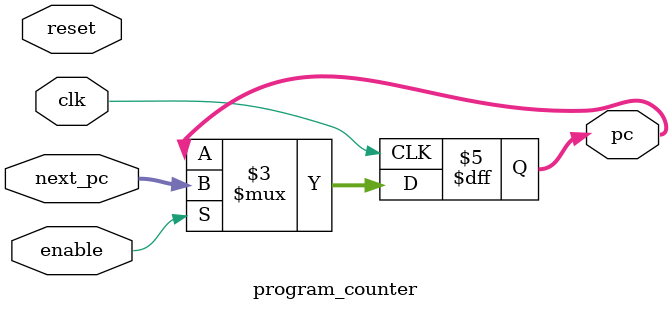
<source format=v>
module program_counter(
    input clk,
    input reset,
    input enable,
    input [63:0] next_pc,
    output reg [63:0] pc
);

    initial begin
        pc = 64'b0;
    end

    always @(posedge clk) begin
        if (enable)
            pc <= next_pc;
    end
endmodule

</source>
